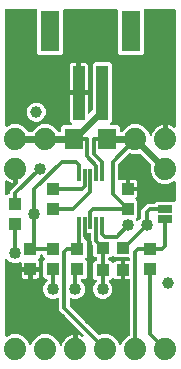
<source format=gbr>
G04 EAGLE Gerber RS-274X export*
G75*
%MOMM*%
%FSLAX34Y34*%
%LPD*%
%INTop Copper*%
%IPPOS*%
%AMOC8*
5,1,8,0,0,1.08239X$1,22.5*%
G01*
%ADD10R,1.600000X1.800000*%
%ADD11R,0.300000X1.000000*%
%ADD12R,1.000000X1.100000*%
%ADD13R,1.100000X1.000000*%
%ADD14R,1.000000X4.600000*%
%ADD15R,1.600000X3.400000*%
%ADD16C,1.879600*%
%ADD17R,1.270000X0.635000*%
%ADD18C,1.000000*%
%ADD19C,0.609600*%
%ADD20C,0.304800*%
%ADD21C,1.016000*%

G36*
X140774Y190509D02*
X140774Y190509D01*
X140832Y190508D01*
X140914Y190529D01*
X140997Y190541D01*
X141051Y190565D01*
X141107Y190579D01*
X141180Y190622D01*
X141257Y190657D01*
X141302Y190695D01*
X141352Y190725D01*
X141410Y190786D01*
X141474Y190841D01*
X141506Y190889D01*
X141546Y190932D01*
X141585Y191007D01*
X141631Y191077D01*
X141649Y191133D01*
X141676Y191185D01*
X141687Y191253D01*
X141717Y191348D01*
X141720Y191448D01*
X141731Y191516D01*
X141731Y202266D01*
X142496Y202145D01*
X144283Y201564D01*
X145957Y200711D01*
X146723Y200154D01*
X146805Y200111D01*
X146881Y200060D01*
X146930Y200045D01*
X146974Y200021D01*
X147064Y200002D01*
X147152Y199974D01*
X147203Y199973D01*
X147253Y199963D01*
X147344Y199969D01*
X147436Y199967D01*
X147485Y199980D01*
X147536Y199984D01*
X147623Y200016D01*
X147711Y200039D01*
X147755Y200065D01*
X147803Y200083D01*
X147877Y200137D01*
X147956Y200184D01*
X147991Y200221D01*
X148031Y200251D01*
X148087Y200324D01*
X148150Y200392D01*
X148173Y200437D01*
X148204Y200477D01*
X148238Y200563D01*
X148280Y200645D01*
X148287Y200689D01*
X148308Y200742D01*
X148323Y200900D01*
X148335Y200976D01*
X148335Y299720D01*
X148327Y299778D01*
X148329Y299836D01*
X148307Y299918D01*
X148295Y300002D01*
X148272Y300055D01*
X148257Y300111D01*
X148214Y300184D01*
X148179Y300261D01*
X148141Y300306D01*
X148112Y300356D01*
X148050Y300414D01*
X147996Y300478D01*
X147947Y300510D01*
X147904Y300550D01*
X147829Y300589D01*
X147759Y300636D01*
X147703Y300653D01*
X147651Y300680D01*
X147583Y300691D01*
X147488Y300721D01*
X147388Y300724D01*
X147320Y300735D01*
X122264Y300735D01*
X122206Y300727D01*
X122148Y300729D01*
X122066Y300707D01*
X121982Y300695D01*
X121929Y300672D01*
X121873Y300657D01*
X121800Y300614D01*
X121723Y300579D01*
X121678Y300541D01*
X121628Y300512D01*
X121570Y300450D01*
X121506Y300396D01*
X121474Y300347D01*
X121434Y300304D01*
X121395Y300229D01*
X121348Y300159D01*
X121331Y300103D01*
X121304Y300051D01*
X121293Y299983D01*
X121263Y299888D01*
X121260Y299788D01*
X121249Y299720D01*
X121249Y263437D01*
X119463Y261651D01*
X100937Y261651D01*
X99151Y263437D01*
X99151Y299720D01*
X99143Y299778D01*
X99145Y299836D01*
X99123Y299918D01*
X99111Y300002D01*
X99088Y300055D01*
X99073Y300111D01*
X99030Y300184D01*
X98995Y300261D01*
X98957Y300306D01*
X98928Y300356D01*
X98866Y300414D01*
X98812Y300478D01*
X98763Y300510D01*
X98720Y300550D01*
X98645Y300589D01*
X98575Y300636D01*
X98519Y300653D01*
X98467Y300680D01*
X98399Y300691D01*
X98304Y300721D01*
X98204Y300724D01*
X98136Y300735D01*
X54264Y300735D01*
X54206Y300727D01*
X54148Y300729D01*
X54066Y300707D01*
X53982Y300695D01*
X53929Y300672D01*
X53873Y300657D01*
X53800Y300614D01*
X53723Y300579D01*
X53678Y300541D01*
X53628Y300512D01*
X53570Y300450D01*
X53506Y300396D01*
X53474Y300347D01*
X53434Y300304D01*
X53395Y300229D01*
X53348Y300159D01*
X53331Y300103D01*
X53304Y300051D01*
X53293Y299983D01*
X53263Y299888D01*
X53260Y299788D01*
X53249Y299720D01*
X53249Y263437D01*
X51463Y261651D01*
X32937Y261651D01*
X31151Y263437D01*
X31151Y299720D01*
X31143Y299778D01*
X31145Y299836D01*
X31123Y299918D01*
X31111Y300002D01*
X31088Y300055D01*
X31073Y300111D01*
X31030Y300184D01*
X30995Y300261D01*
X30957Y300306D01*
X30928Y300356D01*
X30866Y300414D01*
X30812Y300478D01*
X30763Y300510D01*
X30720Y300550D01*
X30645Y300589D01*
X30575Y300636D01*
X30519Y300653D01*
X30467Y300680D01*
X30399Y300691D01*
X30304Y300721D01*
X30204Y300724D01*
X30136Y300735D01*
X5080Y300735D01*
X5022Y300727D01*
X4964Y300729D01*
X4882Y300707D01*
X4798Y300695D01*
X4745Y300672D01*
X4689Y300657D01*
X4616Y300614D01*
X4539Y300579D01*
X4494Y300541D01*
X4444Y300512D01*
X4386Y300450D01*
X4322Y300396D01*
X4290Y300347D01*
X4250Y300304D01*
X4211Y300229D01*
X4164Y300159D01*
X4147Y300103D01*
X4120Y300051D01*
X4109Y299983D01*
X4079Y299888D01*
X4076Y299788D01*
X4065Y299720D01*
X4065Y201915D01*
X4081Y201801D01*
X4091Y201687D01*
X4101Y201661D01*
X4105Y201633D01*
X4152Y201528D01*
X4193Y201421D01*
X4209Y201399D01*
X4221Y201374D01*
X4295Y201286D01*
X4364Y201195D01*
X4387Y201178D01*
X4404Y201157D01*
X4500Y201093D01*
X4592Y201025D01*
X4618Y201015D01*
X4641Y200999D01*
X4751Y200965D01*
X4858Y200924D01*
X4886Y200922D01*
X4912Y200914D01*
X5027Y200911D01*
X5141Y200901D01*
X5166Y200907D01*
X5196Y200906D01*
X5453Y200973D01*
X5469Y200977D01*
X10224Y202947D01*
X15176Y202947D01*
X19751Y201052D01*
X23252Y197551D01*
X23387Y197223D01*
X23388Y197222D01*
X23389Y197221D01*
X23462Y197097D01*
X23532Y196979D01*
X23533Y196978D01*
X23534Y196976D01*
X23638Y196879D01*
X23739Y196783D01*
X23740Y196783D01*
X23741Y196782D01*
X23867Y196717D01*
X23991Y196653D01*
X23993Y196653D01*
X23994Y196652D01*
X24009Y196650D01*
X24270Y196598D01*
X24301Y196601D01*
X24325Y196597D01*
X26475Y196597D01*
X26476Y196597D01*
X26478Y196597D01*
X26618Y196617D01*
X26756Y196637D01*
X26758Y196637D01*
X26759Y196637D01*
X26885Y196694D01*
X27016Y196753D01*
X27017Y196754D01*
X27018Y196755D01*
X27125Y196846D01*
X27233Y196936D01*
X27234Y196938D01*
X27235Y196939D01*
X27243Y196952D01*
X27390Y197173D01*
X27399Y197202D01*
X27413Y197223D01*
X27548Y197551D01*
X31049Y201052D01*
X35624Y202947D01*
X40576Y202947D01*
X45151Y201052D01*
X48652Y197551D01*
X48787Y197223D01*
X48788Y197222D01*
X48789Y197221D01*
X48862Y197097D01*
X48932Y196979D01*
X48933Y196978D01*
X48934Y196976D01*
X49038Y196879D01*
X49139Y196783D01*
X49140Y196783D01*
X49141Y196782D01*
X49267Y196717D01*
X49391Y196653D01*
X49393Y196653D01*
X49394Y196652D01*
X49409Y196650D01*
X49670Y196598D01*
X49701Y196601D01*
X49725Y196597D01*
X50136Y196597D01*
X50194Y196605D01*
X50252Y196603D01*
X50334Y196625D01*
X50418Y196637D01*
X50471Y196660D01*
X50527Y196675D01*
X50600Y196718D01*
X50677Y196753D01*
X50722Y196791D01*
X50772Y196820D01*
X50830Y196882D01*
X50894Y196936D01*
X50926Y196985D01*
X50966Y197028D01*
X51005Y197103D01*
X51052Y197173D01*
X51069Y197229D01*
X51096Y197281D01*
X51107Y197349D01*
X51137Y197444D01*
X51140Y197544D01*
X51151Y197612D01*
X51151Y200763D01*
X52937Y202549D01*
X59520Y202549D01*
X59539Y202551D01*
X59559Y202549D01*
X59680Y202571D01*
X59801Y202589D01*
X59819Y202597D01*
X59838Y202600D01*
X59949Y202655D01*
X60061Y202705D01*
X60076Y202717D01*
X60093Y202726D01*
X60184Y202809D01*
X60278Y202888D01*
X60289Y202905D01*
X60303Y202918D01*
X60367Y203023D01*
X60435Y203125D01*
X60441Y203144D01*
X60451Y203160D01*
X60484Y203279D01*
X60521Y203396D01*
X60522Y203416D01*
X60527Y203435D01*
X60525Y203557D01*
X60528Y203680D01*
X60523Y203699D01*
X60523Y203719D01*
X60487Y203837D01*
X60457Y203955D01*
X60447Y203972D01*
X60441Y203991D01*
X60374Y204094D01*
X60311Y204200D01*
X60297Y204213D01*
X60286Y204230D01*
X60230Y204276D01*
X60104Y204394D01*
X60098Y204397D01*
X60097Y204398D01*
X60057Y204419D01*
X60027Y204443D01*
X59640Y204667D01*
X59167Y205140D01*
X58832Y205719D01*
X58659Y206366D01*
X58659Y227669D01*
X65184Y227669D01*
X65242Y227677D01*
X65300Y227675D01*
X65382Y227697D01*
X65465Y227709D01*
X65519Y227733D01*
X65575Y227747D01*
X65648Y227790D01*
X65725Y227825D01*
X65769Y227863D01*
X65820Y227893D01*
X65877Y227954D01*
X65942Y228009D01*
X65974Y228057D01*
X66014Y228100D01*
X66053Y228175D01*
X66099Y228245D01*
X66117Y228301D01*
X66144Y228353D01*
X66155Y228421D01*
X66185Y228516D01*
X66188Y228616D01*
X66199Y228684D01*
X66199Y229701D01*
X66201Y229701D01*
X66201Y228684D01*
X66209Y228626D01*
X66208Y228568D01*
X66229Y228486D01*
X66241Y228403D01*
X66265Y228349D01*
X66279Y228293D01*
X66322Y228220D01*
X66357Y228143D01*
X66395Y228098D01*
X66425Y228048D01*
X66486Y227990D01*
X66541Y227926D01*
X66589Y227894D01*
X66632Y227854D01*
X66707Y227815D01*
X66777Y227769D01*
X66833Y227751D01*
X66885Y227724D01*
X66953Y227713D01*
X67048Y227683D01*
X67148Y227680D01*
X67216Y227669D01*
X73741Y227669D01*
X73741Y213114D01*
X73745Y213085D01*
X73742Y213056D01*
X73765Y212944D01*
X73781Y212832D01*
X73793Y212806D01*
X73798Y212777D01*
X73851Y212676D01*
X73897Y212573D01*
X73916Y212551D01*
X73929Y212524D01*
X74007Y212442D01*
X74080Y212356D01*
X74105Y212340D01*
X74125Y212318D01*
X74223Y212261D01*
X74317Y212198D01*
X74345Y212189D01*
X74370Y212175D01*
X74480Y212147D01*
X74588Y212113D01*
X74618Y212112D01*
X74646Y212105D01*
X74759Y212108D01*
X74872Y212105D01*
X74901Y212113D01*
X74930Y212114D01*
X75038Y212149D01*
X75147Y212177D01*
X75173Y212192D01*
X75201Y212201D01*
X75264Y212247D01*
X75392Y212322D01*
X75435Y212368D01*
X75474Y212396D01*
X77854Y214776D01*
X77906Y214846D01*
X77966Y214910D01*
X77992Y214959D01*
X78025Y215003D01*
X78056Y215085D01*
X78096Y215163D01*
X78104Y215210D01*
X78126Y215269D01*
X78138Y215417D01*
X78151Y215494D01*
X78151Y253963D01*
X79937Y255749D01*
X92463Y255749D01*
X94249Y253963D01*
X94249Y205437D01*
X93093Y204282D01*
X93077Y204260D01*
X93057Y204243D01*
X93056Y204242D01*
X93053Y204239D01*
X92991Y204145D01*
X92923Y204055D01*
X92912Y204027D01*
X92896Y204003D01*
X92862Y203895D01*
X92821Y203789D01*
X92819Y203760D01*
X92810Y203732D01*
X92807Y203618D01*
X92798Y203506D01*
X92803Y203477D01*
X92803Y203448D01*
X92831Y203338D01*
X92854Y203227D01*
X92867Y203201D01*
X92875Y203173D01*
X92932Y203075D01*
X92985Y202975D01*
X93005Y202953D01*
X93020Y202928D01*
X93102Y202851D01*
X93180Y202769D01*
X93206Y202754D01*
X93227Y202734D01*
X93328Y202682D01*
X93426Y202625D01*
X93454Y202618D01*
X93480Y202604D01*
X93558Y202591D01*
X93701Y202555D01*
X93764Y202557D01*
X93811Y202549D01*
X99463Y202549D01*
X101249Y200763D01*
X101249Y197612D01*
X101257Y197554D01*
X101255Y197496D01*
X101277Y197414D01*
X101289Y197330D01*
X101312Y197277D01*
X101327Y197221D01*
X101370Y197148D01*
X101405Y197071D01*
X101443Y197026D01*
X101472Y196976D01*
X101534Y196918D01*
X101588Y196854D01*
X101637Y196822D01*
X101680Y196782D01*
X101755Y196743D01*
X101825Y196696D01*
X101881Y196679D01*
X101933Y196652D01*
X102001Y196641D01*
X102096Y196611D01*
X102196Y196608D01*
X102264Y196597D01*
X102675Y196597D01*
X102676Y196597D01*
X102678Y196597D01*
X102818Y196617D01*
X102956Y196637D01*
X102958Y196637D01*
X102959Y196637D01*
X103085Y196694D01*
X103216Y196753D01*
X103217Y196754D01*
X103218Y196755D01*
X103325Y196846D01*
X103433Y196936D01*
X103434Y196938D01*
X103435Y196939D01*
X103443Y196952D01*
X103590Y197173D01*
X103599Y197202D01*
X103613Y197223D01*
X103748Y197551D01*
X107249Y201052D01*
X111824Y202947D01*
X116776Y202947D01*
X121351Y201052D01*
X124852Y197551D01*
X126369Y193889D01*
X126404Y193829D01*
X126430Y193765D01*
X126476Y193707D01*
X126513Y193644D01*
X126563Y193596D01*
X126606Y193542D01*
X126666Y193499D01*
X126720Y193449D01*
X126781Y193417D01*
X126838Y193377D01*
X126907Y193352D01*
X126973Y193318D01*
X127040Y193305D01*
X127106Y193282D01*
X127179Y193278D01*
X127251Y193263D01*
X127320Y193269D01*
X127389Y193265D01*
X127461Y193281D01*
X127535Y193288D01*
X127599Y193313D01*
X127667Y193328D01*
X127731Y193363D01*
X127800Y193390D01*
X127855Y193432D01*
X127916Y193465D01*
X127968Y193517D01*
X128027Y193561D01*
X128068Y193617D01*
X128117Y193666D01*
X128146Y193721D01*
X128197Y193789D01*
X128238Y193897D01*
X128272Y193963D01*
X128636Y195083D01*
X129489Y196757D01*
X130594Y198278D01*
X131922Y199606D01*
X133443Y200711D01*
X135117Y201564D01*
X136904Y202145D01*
X137669Y202266D01*
X137669Y191516D01*
X137677Y191458D01*
X137675Y191400D01*
X137697Y191318D01*
X137709Y191235D01*
X137733Y191181D01*
X137747Y191125D01*
X137790Y191052D01*
X137825Y190975D01*
X137863Y190931D01*
X137893Y190880D01*
X137954Y190823D01*
X138009Y190758D01*
X138057Y190726D01*
X138100Y190686D01*
X138175Y190647D01*
X138245Y190601D01*
X138301Y190583D01*
X138353Y190556D01*
X138421Y190545D01*
X138516Y190515D01*
X138616Y190512D01*
X138684Y190501D01*
X140716Y190501D01*
X140774Y190509D01*
G37*
G36*
X64574Y12709D02*
X64574Y12709D01*
X64632Y12708D01*
X64714Y12729D01*
X64797Y12741D01*
X64851Y12765D01*
X64907Y12779D01*
X64980Y12822D01*
X65057Y12857D01*
X65102Y12895D01*
X65152Y12925D01*
X65210Y12986D01*
X65274Y13041D01*
X65306Y13089D01*
X65346Y13132D01*
X65385Y13207D01*
X65431Y13277D01*
X65449Y13333D01*
X65476Y13385D01*
X65487Y13453D01*
X65517Y13548D01*
X65520Y13648D01*
X65531Y13716D01*
X65531Y24466D01*
X66296Y24345D01*
X68083Y23764D01*
X69072Y23260D01*
X69190Y23219D01*
X69308Y23175D01*
X69324Y23173D01*
X69341Y23168D01*
X69466Y23162D01*
X69591Y23151D01*
X69607Y23155D01*
X69624Y23154D01*
X69747Y23183D01*
X69870Y23207D01*
X69885Y23215D01*
X69901Y23219D01*
X70011Y23280D01*
X70122Y23338D01*
X70134Y23350D01*
X70149Y23358D01*
X70237Y23448D01*
X70328Y23534D01*
X70337Y23549D01*
X70348Y23561D01*
X70408Y23671D01*
X70472Y23779D01*
X70476Y23796D01*
X70484Y23811D01*
X70511Y23934D01*
X70542Y24055D01*
X70541Y24072D01*
X70545Y24088D01*
X70537Y24214D01*
X70533Y24339D01*
X70528Y24355D01*
X70526Y24372D01*
X70484Y24490D01*
X70445Y24609D01*
X70436Y24622D01*
X70430Y24639D01*
X70263Y24870D01*
X70256Y24875D01*
X70250Y24883D01*
X49402Y45731D01*
X49402Y55233D01*
X49386Y55347D01*
X49376Y55461D01*
X49366Y55487D01*
X49362Y55515D01*
X49315Y55620D01*
X49274Y55727D01*
X49258Y55749D01*
X49246Y55774D01*
X49172Y55862D01*
X49103Y55954D01*
X49080Y55970D01*
X49063Y55991D01*
X48967Y56055D01*
X48875Y56124D01*
X48849Y56133D01*
X48826Y56149D01*
X48716Y56184D01*
X48609Y56224D01*
X48581Y56226D01*
X48555Y56235D01*
X48440Y56238D01*
X48326Y56247D01*
X48301Y56241D01*
X48271Y56242D01*
X48014Y56175D01*
X47998Y56171D01*
X46067Y55371D01*
X42833Y55371D01*
X39845Y56609D01*
X37559Y58895D01*
X36321Y61883D01*
X36321Y65117D01*
X37559Y68105D01*
X39572Y70118D01*
X39590Y70142D01*
X39612Y70161D01*
X39675Y70255D01*
X39743Y70345D01*
X39754Y70373D01*
X39770Y70397D01*
X39804Y70505D01*
X39844Y70611D01*
X39847Y70640D01*
X39856Y70668D01*
X39859Y70782D01*
X39868Y70894D01*
X39862Y70923D01*
X39863Y70952D01*
X39834Y71062D01*
X39812Y71173D01*
X39799Y71199D01*
X39791Y71227D01*
X39733Y71325D01*
X39681Y71425D01*
X39661Y71447D01*
X39646Y71472D01*
X39563Y71549D01*
X39485Y71631D01*
X39460Y71646D01*
X39439Y71666D01*
X39338Y71718D01*
X39240Y71775D01*
X39212Y71782D01*
X39186Y71796D01*
X39108Y71809D01*
X38965Y71845D01*
X38902Y71843D01*
X38854Y71851D01*
X38187Y71851D01*
X36401Y73637D01*
X36401Y87163D01*
X37421Y88182D01*
X37456Y88229D01*
X37498Y88269D01*
X37541Y88342D01*
X37591Y88409D01*
X37612Y88464D01*
X37642Y88514D01*
X37663Y88596D01*
X37693Y88675D01*
X37698Y88733D01*
X37712Y88790D01*
X37709Y88874D01*
X37716Y88958D01*
X37705Y89016D01*
X37703Y89074D01*
X37677Y89154D01*
X37660Y89237D01*
X37633Y89289D01*
X37615Y89345D01*
X37575Y89401D01*
X37529Y89489D01*
X37461Y89562D01*
X37421Y89618D01*
X36401Y90637D01*
X36401Y91812D01*
X36393Y91870D01*
X36395Y91928D01*
X36373Y92010D01*
X36361Y92094D01*
X36338Y92147D01*
X36323Y92203D01*
X36280Y92276D01*
X36245Y92353D01*
X36207Y92398D01*
X36178Y92448D01*
X36116Y92506D01*
X36062Y92570D01*
X36013Y92602D01*
X35970Y92642D01*
X35895Y92681D01*
X35825Y92728D01*
X35769Y92745D01*
X35717Y92772D01*
X35649Y92783D01*
X35554Y92813D01*
X35454Y92816D01*
X35386Y92827D01*
X34464Y92827D01*
X34406Y92819D01*
X34348Y92821D01*
X34266Y92799D01*
X34182Y92787D01*
X34129Y92764D01*
X34073Y92749D01*
X34000Y92706D01*
X33923Y92671D01*
X33878Y92633D01*
X33828Y92604D01*
X33770Y92542D01*
X33706Y92488D01*
X33674Y92439D01*
X33634Y92396D01*
X33595Y92321D01*
X33548Y92251D01*
X33531Y92195D01*
X33504Y92143D01*
X33493Y92075D01*
X33463Y91980D01*
X33460Y91880D01*
X33449Y91812D01*
X33449Y90637D01*
X32070Y89259D01*
X32035Y89212D01*
X31993Y89172D01*
X31950Y89099D01*
X31899Y89031D01*
X31879Y88977D01*
X31849Y88926D01*
X31828Y88845D01*
X31798Y88766D01*
X31793Y88708D01*
X31779Y88651D01*
X31782Y88566D01*
X31775Y88482D01*
X31786Y88425D01*
X31788Y88367D01*
X31814Y88286D01*
X31830Y88204D01*
X31857Y88152D01*
X31875Y88096D01*
X31916Y88040D01*
X31961Y87951D01*
X32030Y87879D01*
X32070Y87823D01*
X32433Y87460D01*
X32768Y86881D01*
X32941Y86234D01*
X32941Y82431D01*
X26416Y82431D01*
X26358Y82423D01*
X26300Y82424D01*
X26218Y82403D01*
X26135Y82391D01*
X26081Y82367D01*
X26025Y82353D01*
X25952Y82310D01*
X25875Y82275D01*
X25831Y82237D01*
X25780Y82207D01*
X25723Y82146D01*
X25658Y82091D01*
X25626Y82043D01*
X25586Y82000D01*
X25547Y81925D01*
X25501Y81855D01*
X25483Y81799D01*
X25456Y81747D01*
X25445Y81679D01*
X25415Y81584D01*
X25412Y81484D01*
X25401Y81416D01*
X25401Y80399D01*
X25399Y80399D01*
X25399Y81416D01*
X25391Y81474D01*
X25392Y81532D01*
X25371Y81614D01*
X25359Y81697D01*
X25335Y81751D01*
X25321Y81807D01*
X25278Y81880D01*
X25243Y81957D01*
X25205Y82001D01*
X25175Y82052D01*
X25114Y82109D01*
X25059Y82174D01*
X25011Y82206D01*
X24968Y82246D01*
X24893Y82285D01*
X24823Y82331D01*
X24767Y82349D01*
X24715Y82376D01*
X24647Y82387D01*
X24552Y82417D01*
X24452Y82420D01*
X24384Y82431D01*
X17859Y82431D01*
X17859Y85482D01*
X17843Y85595D01*
X17833Y85710D01*
X17823Y85736D01*
X17819Y85763D01*
X17772Y85868D01*
X17731Y85975D01*
X17715Y85997D01*
X17703Y86023D01*
X17629Y86110D01*
X17560Y86202D01*
X17537Y86218D01*
X17520Y86240D01*
X17424Y86303D01*
X17332Y86372D01*
X17306Y86382D01*
X17283Y86397D01*
X17173Y86432D01*
X17066Y86472D01*
X17038Y86475D01*
X17012Y86483D01*
X16897Y86486D01*
X16783Y86495D01*
X16758Y86489D01*
X16728Y86490D01*
X16471Y86423D01*
X16455Y86420D01*
X14317Y85534D01*
X11083Y85534D01*
X8095Y86771D01*
X5798Y89069D01*
X5774Y89087D01*
X5755Y89109D01*
X5661Y89172D01*
X5571Y89240D01*
X5543Y89250D01*
X5519Y89266D01*
X5411Y89301D01*
X5305Y89341D01*
X5276Y89343D01*
X5248Y89352D01*
X5134Y89355D01*
X5022Y89365D01*
X4993Y89359D01*
X4964Y89360D01*
X4854Y89331D01*
X4743Y89309D01*
X4717Y89295D01*
X4689Y89288D01*
X4591Y89230D01*
X4491Y89178D01*
X4469Y89157D01*
X4444Y89142D01*
X4367Y89060D01*
X4285Y88982D01*
X4270Y88957D01*
X4250Y88935D01*
X4198Y88834D01*
X4141Y88737D01*
X4134Y88708D01*
X4120Y88682D01*
X4107Y88605D01*
X4071Y88461D01*
X4073Y88399D01*
X4065Y88351D01*
X4065Y24115D01*
X4081Y24001D01*
X4091Y23887D01*
X4101Y23861D01*
X4105Y23833D01*
X4152Y23728D01*
X4193Y23621D01*
X4209Y23599D01*
X4221Y23574D01*
X4295Y23486D01*
X4364Y23395D01*
X4387Y23378D01*
X4404Y23357D01*
X4500Y23293D01*
X4592Y23224D01*
X4618Y23215D01*
X4641Y23199D01*
X4751Y23165D01*
X4858Y23124D01*
X4886Y23122D01*
X4912Y23114D01*
X5027Y23111D01*
X5141Y23101D01*
X5166Y23107D01*
X5196Y23106D01*
X5453Y23173D01*
X5469Y23177D01*
X10224Y25147D01*
X15176Y25147D01*
X19751Y23252D01*
X23252Y19751D01*
X24462Y16829D01*
X24477Y16804D01*
X24486Y16776D01*
X24549Y16681D01*
X24607Y16584D01*
X24628Y16564D01*
X24644Y16539D01*
X24731Y16466D01*
X24813Y16389D01*
X24839Y16375D01*
X24862Y16356D01*
X24965Y16310D01*
X25066Y16259D01*
X25095Y16253D01*
X25122Y16241D01*
X25234Y16225D01*
X25345Y16204D01*
X25374Y16206D01*
X25403Y16202D01*
X25515Y16218D01*
X25628Y16228D01*
X25655Y16239D01*
X25685Y16243D01*
X25788Y16289D01*
X25893Y16330D01*
X25917Y16348D01*
X25944Y16360D01*
X26030Y16433D01*
X26120Y16502D01*
X26138Y16525D01*
X26160Y16544D01*
X26202Y16611D01*
X26290Y16729D01*
X26312Y16788D01*
X26338Y16829D01*
X27548Y19751D01*
X31049Y23252D01*
X35624Y25147D01*
X40576Y25147D01*
X45151Y23252D01*
X48652Y19751D01*
X50169Y16089D01*
X50204Y16029D01*
X50230Y15965D01*
X50276Y15907D01*
X50313Y15844D01*
X50363Y15796D01*
X50406Y15742D01*
X50466Y15699D01*
X50520Y15649D01*
X50581Y15617D01*
X50638Y15577D01*
X50707Y15552D01*
X50773Y15518D01*
X50840Y15505D01*
X50906Y15482D01*
X50979Y15478D01*
X51051Y15463D01*
X51120Y15469D01*
X51189Y15465D01*
X51261Y15481D01*
X51335Y15488D01*
X51399Y15513D01*
X51467Y15528D01*
X51531Y15563D01*
X51600Y15590D01*
X51655Y15632D01*
X51716Y15665D01*
X51768Y15717D01*
X51827Y15761D01*
X51868Y15817D01*
X51917Y15866D01*
X51946Y15921D01*
X51997Y15989D01*
X52038Y16097D01*
X52072Y16163D01*
X52436Y17283D01*
X53289Y18957D01*
X54394Y20478D01*
X55722Y21806D01*
X57243Y22911D01*
X58917Y23764D01*
X60704Y24345D01*
X61469Y24466D01*
X61469Y13716D01*
X61477Y13658D01*
X61475Y13600D01*
X61497Y13518D01*
X61509Y13435D01*
X61533Y13381D01*
X61547Y13325D01*
X61590Y13252D01*
X61625Y13175D01*
X61663Y13131D01*
X61693Y13080D01*
X61754Y13023D01*
X61809Y12958D01*
X61857Y12926D01*
X61900Y12886D01*
X61975Y12847D01*
X62045Y12801D01*
X62101Y12783D01*
X62153Y12756D01*
X62221Y12745D01*
X62316Y12715D01*
X62416Y12712D01*
X62484Y12701D01*
X64516Y12701D01*
X64574Y12709D01*
G37*
G36*
X101715Y16218D02*
X101715Y16218D01*
X101828Y16228D01*
X101855Y16239D01*
X101885Y16243D01*
X101988Y16289D01*
X102093Y16330D01*
X102117Y16348D01*
X102144Y16360D01*
X102230Y16433D01*
X102320Y16502D01*
X102338Y16525D01*
X102360Y16544D01*
X102402Y16611D01*
X102490Y16729D01*
X102512Y16788D01*
X102538Y16829D01*
X103748Y19751D01*
X107249Y23252D01*
X109101Y24019D01*
X109102Y24019D01*
X109103Y24020D01*
X109224Y24091D01*
X109345Y24163D01*
X109346Y24164D01*
X109348Y24165D01*
X109445Y24269D01*
X109541Y24370D01*
X109541Y24371D01*
X109542Y24372D01*
X109605Y24494D01*
X109671Y24622D01*
X109671Y24624D01*
X109672Y24625D01*
X109674Y24639D01*
X109726Y24901D01*
X109723Y24932D01*
X109727Y24957D01*
X109727Y70819D01*
X109719Y70877D01*
X109721Y70935D01*
X109699Y71017D01*
X109687Y71101D01*
X109664Y71154D01*
X109649Y71210D01*
X109606Y71283D01*
X109571Y71360D01*
X109533Y71405D01*
X109504Y71455D01*
X109442Y71513D01*
X109388Y71577D01*
X109339Y71609D01*
X109296Y71649D01*
X109221Y71688D01*
X109151Y71735D01*
X109095Y71752D01*
X109043Y71779D01*
X108975Y71790D01*
X108880Y71820D01*
X108780Y71823D01*
X108712Y71834D01*
X105781Y71834D01*
X105781Y78359D01*
X105773Y78417D01*
X105774Y78475D01*
X105753Y78557D01*
X105741Y78640D01*
X105717Y78694D01*
X105703Y78750D01*
X105660Y78823D01*
X105625Y78900D01*
X105587Y78944D01*
X105557Y78995D01*
X105496Y79052D01*
X105441Y79117D01*
X105393Y79149D01*
X105350Y79189D01*
X105275Y79228D01*
X105205Y79274D01*
X105149Y79292D01*
X105097Y79319D01*
X105029Y79330D01*
X104934Y79360D01*
X104834Y79363D01*
X104766Y79374D01*
X102734Y79374D01*
X102676Y79366D01*
X102618Y79367D01*
X102536Y79346D01*
X102453Y79334D01*
X102399Y79310D01*
X102343Y79296D01*
X102270Y79253D01*
X102193Y79218D01*
X102148Y79180D01*
X102098Y79150D01*
X102040Y79089D01*
X101976Y79034D01*
X101944Y78986D01*
X101904Y78943D01*
X101865Y78868D01*
X101819Y78798D01*
X101801Y78742D01*
X101774Y78690D01*
X101763Y78622D01*
X101733Y78527D01*
X101730Y78427D01*
X101719Y78359D01*
X101719Y71834D01*
X97916Y71834D01*
X97269Y72007D01*
X96690Y72342D01*
X96327Y72705D01*
X96280Y72740D01*
X96240Y72782D01*
X96167Y72825D01*
X96100Y72876D01*
X96045Y72897D01*
X95995Y72926D01*
X95913Y72947D01*
X95834Y72977D01*
X95776Y72982D01*
X95719Y72996D01*
X95635Y72993D01*
X95551Y73000D01*
X95494Y72989D01*
X95435Y72987D01*
X95355Y72961D01*
X95272Y72945D01*
X95220Y72918D01*
X95165Y72900D01*
X95108Y72859D01*
X95020Y72814D01*
X94948Y72745D01*
X94891Y72705D01*
X93513Y71326D01*
X92871Y71326D01*
X92841Y71322D01*
X92812Y71325D01*
X92701Y71302D01*
X92589Y71286D01*
X92562Y71274D01*
X92533Y71269D01*
X92433Y71216D01*
X92330Y71170D01*
X92307Y71151D01*
X92281Y71138D01*
X92199Y71060D01*
X92113Y70987D01*
X92096Y70962D01*
X92075Y70942D01*
X92018Y70844D01*
X91955Y70750D01*
X91946Y70722D01*
X91931Y70697D01*
X91904Y70587D01*
X91869Y70479D01*
X91868Y70449D01*
X91861Y70421D01*
X91865Y70308D01*
X91862Y70195D01*
X91869Y70166D01*
X91870Y70137D01*
X91905Y70029D01*
X91934Y69920D01*
X91949Y69894D01*
X91958Y69866D01*
X92003Y69802D01*
X92079Y69675D01*
X92125Y69632D01*
X92153Y69593D01*
X93641Y68105D01*
X94879Y65117D01*
X94879Y61883D01*
X93641Y58895D01*
X91355Y56609D01*
X88367Y55371D01*
X85133Y55371D01*
X82145Y56609D01*
X79859Y58895D01*
X78621Y61883D01*
X78621Y65117D01*
X79859Y68105D01*
X81347Y69593D01*
X81365Y69617D01*
X81387Y69636D01*
X81450Y69730D01*
X81518Y69820D01*
X81529Y69848D01*
X81545Y69872D01*
X81579Y69980D01*
X81619Y70086D01*
X81622Y70115D01*
X81631Y70143D01*
X81634Y70257D01*
X81643Y70369D01*
X81637Y70398D01*
X81638Y70427D01*
X81609Y70537D01*
X81587Y70648D01*
X81574Y70674D01*
X81566Y70702D01*
X81509Y70800D01*
X81456Y70900D01*
X81436Y70922D01*
X81421Y70947D01*
X81339Y71024D01*
X81260Y71106D01*
X81235Y71121D01*
X81214Y71141D01*
X81113Y71193D01*
X81015Y71250D01*
X80987Y71257D01*
X80961Y71271D01*
X80883Y71284D01*
X80740Y71320D01*
X80677Y71318D01*
X80629Y71326D01*
X79987Y71326D01*
X78201Y73112D01*
X78201Y85638D01*
X79987Y87424D01*
X81162Y87424D01*
X81220Y87432D01*
X81278Y87430D01*
X81360Y87452D01*
X81444Y87464D01*
X81497Y87487D01*
X81553Y87502D01*
X81626Y87545D01*
X81703Y87580D01*
X81748Y87618D01*
X81798Y87647D01*
X81856Y87709D01*
X81920Y87763D01*
X81952Y87812D01*
X81992Y87855D01*
X82031Y87930D01*
X82078Y88000D01*
X82095Y88056D01*
X82122Y88108D01*
X82133Y88176D01*
X82163Y88271D01*
X82166Y88371D01*
X82177Y88439D01*
X82177Y89361D01*
X82169Y89419D01*
X82171Y89477D01*
X82149Y89559D01*
X82137Y89643D01*
X82114Y89696D01*
X82099Y89752D01*
X82056Y89825D01*
X82021Y89902D01*
X81983Y89947D01*
X81954Y89997D01*
X81892Y90055D01*
X81838Y90119D01*
X81789Y90151D01*
X81746Y90191D01*
X81671Y90230D01*
X81601Y90277D01*
X81545Y90294D01*
X81493Y90321D01*
X81425Y90332D01*
X81330Y90362D01*
X81230Y90365D01*
X81162Y90376D01*
X79987Y90376D01*
X78201Y92162D01*
X78201Y100086D01*
X78189Y100173D01*
X78186Y100260D01*
X78169Y100313D01*
X78161Y100368D01*
X78126Y100448D01*
X78099Y100531D01*
X78071Y100570D01*
X78045Y100627D01*
X77949Y100741D01*
X77904Y100804D01*
X76627Y102081D01*
X76627Y110136D01*
X76619Y110194D01*
X76621Y110252D01*
X76599Y110334D01*
X76587Y110418D01*
X76564Y110471D01*
X76549Y110527D01*
X76506Y110600D01*
X76471Y110677D01*
X76433Y110722D01*
X76404Y110772D01*
X76342Y110830D01*
X76288Y110894D01*
X76239Y110926D01*
X76196Y110966D01*
X76121Y111005D01*
X76051Y111052D01*
X75995Y111069D01*
X75943Y111096D01*
X75875Y111107D01*
X75780Y111137D01*
X75680Y111140D01*
X75612Y111151D01*
X73437Y111151D01*
X73227Y111362D01*
X73157Y111414D01*
X73093Y111474D01*
X73043Y111500D01*
X72999Y111533D01*
X72918Y111564D01*
X72840Y111604D01*
X72792Y111612D01*
X72734Y111634D01*
X72586Y111646D01*
X72509Y111659D01*
X71788Y111659D01*
X71730Y111651D01*
X71672Y111653D01*
X71590Y111631D01*
X71506Y111619D01*
X71453Y111596D01*
X71397Y111581D01*
X71324Y111538D01*
X71247Y111503D01*
X71202Y111465D01*
X71152Y111436D01*
X71094Y111374D01*
X71030Y111320D01*
X70998Y111271D01*
X70958Y111228D01*
X70919Y111153D01*
X70872Y111083D01*
X70855Y111027D01*
X70828Y110975D01*
X70817Y110907D01*
X70787Y110812D01*
X70784Y110712D01*
X70773Y110644D01*
X70773Y106947D01*
X70785Y106860D01*
X70788Y106773D01*
X70805Y106720D01*
X70813Y106665D01*
X70848Y106586D01*
X70875Y106502D01*
X70903Y106463D01*
X70929Y106406D01*
X71025Y106293D01*
X71070Y106229D01*
X73136Y104163D01*
X73136Y90637D01*
X72117Y89618D01*
X72082Y89571D01*
X72039Y89531D01*
X71997Y89458D01*
X71946Y89391D01*
X71925Y89336D01*
X71896Y89286D01*
X71875Y89204D01*
X71845Y89125D01*
X71840Y89067D01*
X71826Y89010D01*
X71828Y88926D01*
X71821Y88842D01*
X71833Y88784D01*
X71835Y88726D01*
X71861Y88646D01*
X71877Y88563D01*
X71904Y88511D01*
X71922Y88455D01*
X71962Y88399D01*
X72008Y88311D01*
X72077Y88238D01*
X72117Y88182D01*
X73136Y87163D01*
X73136Y73637D01*
X71350Y71851D01*
X69096Y71851D01*
X69066Y71847D01*
X69037Y71850D01*
X68926Y71827D01*
X68814Y71811D01*
X68787Y71799D01*
X68758Y71794D01*
X68658Y71741D01*
X68555Y71695D01*
X68532Y71676D01*
X68506Y71663D01*
X68424Y71585D01*
X68338Y71512D01*
X68321Y71487D01*
X68300Y71467D01*
X68243Y71369D01*
X68180Y71275D01*
X68171Y71247D01*
X68156Y71222D01*
X68129Y71112D01*
X68094Y71004D01*
X68093Y70974D01*
X68086Y70946D01*
X68090Y70833D01*
X68087Y70720D01*
X68094Y70691D01*
X68095Y70662D01*
X68130Y70554D01*
X68159Y70445D01*
X68174Y70419D01*
X68183Y70391D01*
X68228Y70328D01*
X68304Y70200D01*
X68350Y70157D01*
X68378Y70118D01*
X70391Y68105D01*
X71629Y65117D01*
X71629Y61883D01*
X70391Y58895D01*
X68105Y56609D01*
X65117Y55371D01*
X61883Y55371D01*
X59952Y56171D01*
X59840Y56200D01*
X59731Y56235D01*
X59703Y56235D01*
X59676Y56242D01*
X59562Y56239D01*
X59447Y56242D01*
X59420Y56235D01*
X59392Y56234D01*
X59283Y56199D01*
X59172Y56170D01*
X59148Y56156D01*
X59121Y56148D01*
X59026Y56084D01*
X58927Y56025D01*
X58908Y56005D01*
X58885Y55989D01*
X58811Y55901D01*
X58733Y55818D01*
X58720Y55793D01*
X58702Y55772D01*
X58656Y55667D01*
X58603Y55564D01*
X58599Y55540D01*
X58587Y55512D01*
X58550Y55248D01*
X58548Y55233D01*
X58548Y49940D01*
X58560Y49853D01*
X58563Y49766D01*
X58580Y49713D01*
X58588Y49658D01*
X58623Y49578D01*
X58650Y49495D01*
X58678Y49456D01*
X58704Y49399D01*
X58800Y49285D01*
X58845Y49222D01*
X83467Y24600D01*
X83468Y24599D01*
X83469Y24598D01*
X83584Y24512D01*
X83694Y24429D01*
X83695Y24429D01*
X83697Y24428D01*
X83830Y24377D01*
X83960Y24328D01*
X83961Y24328D01*
X83963Y24327D01*
X84107Y24316D01*
X84243Y24304D01*
X84244Y24305D01*
X84246Y24305D01*
X84262Y24308D01*
X84522Y24360D01*
X84549Y24374D01*
X84573Y24380D01*
X86424Y25147D01*
X91376Y25147D01*
X95951Y23252D01*
X99452Y19751D01*
X100662Y16829D01*
X100677Y16804D01*
X100686Y16776D01*
X100749Y16681D01*
X100807Y16584D01*
X100828Y16564D01*
X100844Y16539D01*
X100931Y16466D01*
X101013Y16389D01*
X101039Y16375D01*
X101062Y16356D01*
X101165Y16310D01*
X101266Y16259D01*
X101295Y16253D01*
X101322Y16241D01*
X101434Y16225D01*
X101545Y16204D01*
X101574Y16206D01*
X101603Y16202D01*
X101715Y16218D01*
G37*
G36*
X116003Y121207D02*
X116003Y121207D01*
X116116Y121217D01*
X116143Y121228D01*
X116172Y121232D01*
X116275Y121279D01*
X116381Y121319D01*
X116404Y121337D01*
X116431Y121349D01*
X116517Y121422D01*
X116608Y121491D01*
X116625Y121514D01*
X116647Y121533D01*
X116689Y121600D01*
X116778Y121718D01*
X116800Y121777D01*
X116825Y121818D01*
X116934Y122080D01*
X118955Y124101D01*
X119007Y124170D01*
X119067Y124234D01*
X119093Y124284D01*
X119126Y124328D01*
X119157Y124410D01*
X119197Y124488D01*
X119205Y124535D01*
X119227Y124594D01*
X119239Y124741D01*
X119252Y124819D01*
X119252Y130473D01*
X124471Y135692D01*
X130016Y135692D01*
X130102Y135704D01*
X130190Y135707D01*
X130242Y135724D01*
X130297Y135732D01*
X130377Y135767D01*
X130460Y135794D01*
X130499Y135822D01*
X130557Y135848D01*
X130670Y135944D01*
X130734Y135989D01*
X132087Y137343D01*
X147320Y137343D01*
X147378Y137351D01*
X147436Y137349D01*
X147518Y137371D01*
X147602Y137383D01*
X147655Y137406D01*
X147711Y137421D01*
X147784Y137464D01*
X147861Y137499D01*
X147906Y137537D01*
X147956Y137566D01*
X148014Y137628D01*
X148078Y137682D01*
X148110Y137731D01*
X148150Y137774D01*
X148189Y137849D01*
X148236Y137919D01*
X148253Y137975D01*
X148280Y138027D01*
X148291Y138095D01*
X148321Y138190D01*
X148324Y138290D01*
X148335Y138358D01*
X148335Y153685D01*
X148319Y153799D01*
X148309Y153913D01*
X148299Y153939D01*
X148295Y153967D01*
X148248Y154072D01*
X148207Y154179D01*
X148191Y154201D01*
X148179Y154226D01*
X148105Y154314D01*
X148036Y154405D01*
X148013Y154422D01*
X147996Y154443D01*
X147900Y154507D01*
X147808Y154575D01*
X147782Y154585D01*
X147759Y154601D01*
X147649Y154635D01*
X147542Y154676D01*
X147514Y154678D01*
X147488Y154686D01*
X147373Y154689D01*
X147259Y154699D01*
X147234Y154693D01*
X147204Y154694D01*
X146947Y154627D01*
X146931Y154623D01*
X142176Y152653D01*
X137224Y152653D01*
X132649Y154548D01*
X129148Y158049D01*
X127253Y162624D01*
X127253Y167576D01*
X127389Y167903D01*
X127389Y167904D01*
X127390Y167906D01*
X127423Y168034D01*
X127460Y168178D01*
X127460Y168180D01*
X127460Y168181D01*
X127456Y168319D01*
X127452Y168462D01*
X127451Y168464D01*
X127451Y168465D01*
X127408Y168600D01*
X127365Y168733D01*
X127364Y168734D01*
X127364Y168736D01*
X127355Y168748D01*
X127207Y168969D01*
X127183Y168989D01*
X127169Y169009D01*
X118209Y177969D01*
X118208Y177970D01*
X118207Y177971D01*
X118089Y178059D01*
X117982Y178140D01*
X117981Y178140D01*
X117979Y178141D01*
X117846Y178191D01*
X117716Y178241D01*
X117715Y178241D01*
X117713Y178241D01*
X117574Y178253D01*
X117433Y178264D01*
X117432Y178264D01*
X117430Y178264D01*
X117415Y178261D01*
X117154Y178208D01*
X117127Y178194D01*
X117103Y178189D01*
X116776Y178053D01*
X111824Y178053D01*
X109973Y178820D01*
X109972Y178820D01*
X109970Y178821D01*
X109837Y178855D01*
X109698Y178891D01*
X109696Y178891D01*
X109695Y178891D01*
X109554Y178887D01*
X109414Y178883D01*
X109412Y178882D01*
X109411Y178882D01*
X109276Y178839D01*
X109143Y178796D01*
X109142Y178795D01*
X109140Y178795D01*
X109128Y178786D01*
X108907Y178638D01*
X108887Y178614D01*
X108867Y178600D01*
X100120Y169853D01*
X100068Y169783D01*
X100008Y169720D01*
X99982Y169670D01*
X99949Y169626D01*
X99918Y169544D01*
X99878Y169466D01*
X99870Y169419D01*
X99848Y169360D01*
X99836Y169213D01*
X99823Y169135D01*
X99823Y156587D01*
X99828Y156548D01*
X99826Y156509D01*
X99848Y156408D01*
X99863Y156305D01*
X99878Y156270D01*
X99887Y156231D01*
X99937Y156140D01*
X99979Y156046D01*
X100004Y156016D01*
X100023Y155982D01*
X100096Y155908D01*
X100162Y155829D01*
X100195Y155807D01*
X100222Y155779D01*
X100313Y155729D01*
X100399Y155671D01*
X100436Y155659D01*
X100470Y155640D01*
X100571Y155617D01*
X100670Y155585D01*
X100709Y155584D01*
X100747Y155576D01*
X100851Y155581D01*
X100954Y155578D01*
X100992Y155588D01*
X101031Y155590D01*
X101104Y155617D01*
X101229Y155650D01*
X101293Y155688D01*
X101346Y155707D01*
X101969Y156068D01*
X102616Y156241D01*
X105919Y156241D01*
X105919Y149216D01*
X105927Y149158D01*
X105925Y149100D01*
X105947Y149018D01*
X105959Y148935D01*
X105983Y148881D01*
X105997Y148825D01*
X106040Y148752D01*
X106075Y148675D01*
X106113Y148631D01*
X106143Y148580D01*
X106204Y148523D01*
X106259Y148458D01*
X106307Y148426D01*
X106350Y148386D01*
X106425Y148347D01*
X106495Y148301D01*
X106551Y148283D01*
X106603Y148256D01*
X106671Y148245D01*
X106766Y148215D01*
X106866Y148212D01*
X106934Y148201D01*
X107951Y148201D01*
X107951Y147184D01*
X107959Y147126D01*
X107958Y147068D01*
X107979Y146986D01*
X107991Y146903D01*
X108015Y146849D01*
X108029Y146793D01*
X108072Y146720D01*
X108107Y146643D01*
X108145Y146598D01*
X108175Y146548D01*
X108236Y146490D01*
X108291Y146426D01*
X108339Y146394D01*
X108382Y146354D01*
X108457Y146315D01*
X108527Y146269D01*
X108583Y146251D01*
X108635Y146224D01*
X108703Y146213D01*
X108798Y146183D01*
X108898Y146180D01*
X108966Y146169D01*
X115491Y146169D01*
X115491Y142366D01*
X115318Y141719D01*
X114983Y141140D01*
X114620Y140777D01*
X114585Y140730D01*
X114543Y140690D01*
X114500Y140617D01*
X114449Y140550D01*
X114428Y140495D01*
X114399Y140445D01*
X114378Y140363D01*
X114348Y140284D01*
X114343Y140226D01*
X114329Y140169D01*
X114332Y140085D01*
X114325Y140001D01*
X114336Y139944D01*
X114338Y139885D01*
X114364Y139805D01*
X114380Y139722D01*
X114407Y139670D01*
X114425Y139615D01*
X114466Y139558D01*
X114511Y139470D01*
X114580Y139398D01*
X114620Y139341D01*
X115999Y137963D01*
X115999Y124437D01*
X114959Y123398D01*
X114924Y123351D01*
X114881Y123310D01*
X114839Y123238D01*
X114788Y123170D01*
X114767Y123115D01*
X114738Y123065D01*
X114717Y122983D01*
X114687Y122905D01*
X114682Y122846D01*
X114668Y122789D01*
X114670Y122705D01*
X114663Y122621D01*
X114675Y122564D01*
X114677Y122505D01*
X114703Y122425D01*
X114719Y122343D01*
X114746Y122290D01*
X114764Y122234D01*
X114794Y122192D01*
X114949Y121818D01*
X114964Y121793D01*
X114973Y121765D01*
X115036Y121671D01*
X115094Y121573D01*
X115115Y121553D01*
X115132Y121529D01*
X115218Y121456D01*
X115301Y121378D01*
X115327Y121365D01*
X115349Y121346D01*
X115453Y121300D01*
X115553Y121248D01*
X115582Y121242D01*
X115609Y121230D01*
X115721Y121215D01*
X115832Y121193D01*
X115862Y121195D01*
X115891Y121191D01*
X116003Y121207D01*
G37*
%LPC*%
G36*
X28879Y205311D02*
X28879Y205311D01*
X25921Y206537D01*
X23657Y208801D01*
X22431Y211759D01*
X22431Y214961D01*
X23657Y217919D01*
X25921Y220183D01*
X28879Y221409D01*
X32081Y221409D01*
X35039Y220183D01*
X37303Y217919D01*
X38529Y214961D01*
X38529Y211759D01*
X37303Y208801D01*
X35039Y206537D01*
X32081Y205311D01*
X28879Y205311D01*
G37*
%LPD*%
%LPC*%
G36*
X68231Y231731D02*
X68231Y231731D01*
X68231Y255241D01*
X71534Y255241D01*
X72181Y255068D01*
X72760Y254733D01*
X73233Y254260D01*
X73568Y253681D01*
X73741Y253034D01*
X73741Y231731D01*
X68231Y231731D01*
G37*
%LPD*%
%LPC*%
G36*
X58659Y231731D02*
X58659Y231731D01*
X58659Y253034D01*
X58832Y253681D01*
X59167Y254260D01*
X59640Y254733D01*
X60219Y255068D01*
X60866Y255241D01*
X64169Y255241D01*
X64169Y231731D01*
X58659Y231731D01*
G37*
%LPD*%
G36*
X5083Y143122D02*
X5083Y143122D01*
X5196Y143119D01*
X5225Y143126D01*
X5254Y143127D01*
X5362Y143162D01*
X5471Y143191D01*
X5497Y143205D01*
X5525Y143215D01*
X5589Y143260D01*
X5716Y143336D01*
X5759Y143381D01*
X5798Y143409D01*
X6437Y144049D01*
X7112Y144049D01*
X7170Y144057D01*
X7228Y144055D01*
X7310Y144077D01*
X7394Y144089D01*
X7447Y144112D01*
X7503Y144127D01*
X7576Y144170D01*
X7653Y144205D01*
X7698Y144243D01*
X7748Y144272D01*
X7806Y144334D01*
X7870Y144388D01*
X7902Y144437D01*
X7942Y144480D01*
X7981Y144555D01*
X8028Y144625D01*
X8045Y144681D01*
X8072Y144733D01*
X8083Y144801D01*
X8113Y144896D01*
X8116Y144996D01*
X8127Y145064D01*
X8127Y146357D01*
X11103Y149333D01*
X14434Y152663D01*
X14486Y152733D01*
X14546Y152797D01*
X14571Y152846D01*
X14605Y152890D01*
X14636Y152972D01*
X14676Y153050D01*
X14684Y153098D01*
X14706Y153156D01*
X14718Y153304D01*
X14731Y153381D01*
X14731Y164084D01*
X14723Y164142D01*
X14725Y164200D01*
X14703Y164282D01*
X14691Y164365D01*
X14667Y164419D01*
X14653Y164475D01*
X14610Y164548D01*
X14575Y164625D01*
X14537Y164669D01*
X14507Y164720D01*
X14446Y164777D01*
X14391Y164842D01*
X14343Y164874D01*
X14300Y164914D01*
X14225Y164953D01*
X14155Y164999D01*
X14099Y165017D01*
X14047Y165044D01*
X13979Y165055D01*
X13884Y165085D01*
X13784Y165088D01*
X13716Y165099D01*
X11684Y165099D01*
X11626Y165091D01*
X11568Y165092D01*
X11486Y165071D01*
X11403Y165059D01*
X11349Y165035D01*
X11293Y165021D01*
X11220Y164978D01*
X11143Y164943D01*
X11098Y164905D01*
X11048Y164875D01*
X10990Y164814D01*
X10926Y164759D01*
X10894Y164711D01*
X10854Y164668D01*
X10815Y164593D01*
X10769Y164523D01*
X10751Y164467D01*
X10724Y164415D01*
X10713Y164347D01*
X10683Y164252D01*
X10680Y164152D01*
X10669Y164084D01*
X10669Y153334D01*
X9904Y153455D01*
X8117Y154036D01*
X6443Y154889D01*
X5677Y155446D01*
X5595Y155489D01*
X5519Y155540D01*
X5470Y155555D01*
X5426Y155579D01*
X5336Y155598D01*
X5248Y155626D01*
X5197Y155627D01*
X5147Y155637D01*
X5056Y155631D01*
X4964Y155633D01*
X4915Y155620D01*
X4864Y155616D01*
X4777Y155584D01*
X4689Y155561D01*
X4645Y155535D01*
X4597Y155517D01*
X4523Y155463D01*
X4444Y155416D01*
X4409Y155379D01*
X4369Y155349D01*
X4313Y155276D01*
X4250Y155208D01*
X4227Y155163D01*
X4196Y155123D01*
X4162Y155037D01*
X4120Y154955D01*
X4113Y154911D01*
X4092Y154858D01*
X4077Y154700D01*
X4065Y154624D01*
X4065Y144127D01*
X4069Y144098D01*
X4066Y144069D01*
X4089Y143958D01*
X4105Y143846D01*
X4117Y143819D01*
X4122Y143790D01*
X4175Y143690D01*
X4221Y143586D01*
X4240Y143564D01*
X4253Y143538D01*
X4331Y143456D01*
X4404Y143369D01*
X4429Y143353D01*
X4449Y143332D01*
X4547Y143275D01*
X4641Y143212D01*
X4669Y143203D01*
X4694Y143188D01*
X4804Y143160D01*
X4912Y143126D01*
X4942Y143125D01*
X4970Y143118D01*
X5083Y143122D01*
G37*
G36*
X104824Y79384D02*
X104824Y79384D01*
X104882Y79383D01*
X104964Y79404D01*
X105047Y79416D01*
X105101Y79440D01*
X105157Y79454D01*
X105230Y79497D01*
X105307Y79532D01*
X105351Y79570D01*
X105402Y79600D01*
X105459Y79661D01*
X105524Y79716D01*
X105556Y79764D01*
X105596Y79807D01*
X105635Y79882D01*
X105681Y79952D01*
X105699Y80008D01*
X105726Y80060D01*
X105737Y80128D01*
X105767Y80223D01*
X105770Y80323D01*
X105781Y80391D01*
X105781Y86916D01*
X108712Y86916D01*
X108770Y86924D01*
X108828Y86922D01*
X108910Y86944D01*
X108994Y86956D01*
X109047Y86979D01*
X109103Y86994D01*
X109176Y87037D01*
X109253Y87072D01*
X109298Y87110D01*
X109348Y87139D01*
X109406Y87201D01*
X109470Y87255D01*
X109502Y87304D01*
X109542Y87347D01*
X109581Y87422D01*
X109628Y87492D01*
X109645Y87548D01*
X109672Y87600D01*
X109683Y87668D01*
X109713Y87763D01*
X109716Y87863D01*
X109727Y87931D01*
X109727Y89361D01*
X109719Y89419D01*
X109721Y89477D01*
X109699Y89559D01*
X109687Y89643D01*
X109664Y89696D01*
X109649Y89752D01*
X109606Y89825D01*
X109571Y89902D01*
X109533Y89947D01*
X109504Y89997D01*
X109442Y90055D01*
X109388Y90119D01*
X109339Y90151D01*
X109296Y90191D01*
X109221Y90230D01*
X109151Y90277D01*
X109095Y90294D01*
X109043Y90321D01*
X108975Y90332D01*
X108880Y90362D01*
X108780Y90365D01*
X108712Y90376D01*
X96987Y90376D01*
X95968Y91396D01*
X95921Y91431D01*
X95881Y91473D01*
X95808Y91516D01*
X95741Y91566D01*
X95686Y91587D01*
X95636Y91617D01*
X95554Y91638D01*
X95475Y91668D01*
X95417Y91673D01*
X95360Y91687D01*
X95276Y91684D01*
X95192Y91691D01*
X95134Y91680D01*
X95076Y91678D01*
X94996Y91652D01*
X94913Y91635D01*
X94861Y91608D01*
X94805Y91590D01*
X94749Y91550D01*
X94661Y91504D01*
X94588Y91436D01*
X94532Y91396D01*
X93513Y90376D01*
X92338Y90376D01*
X92280Y90368D01*
X92222Y90370D01*
X92140Y90348D01*
X92056Y90336D01*
X92003Y90313D01*
X91947Y90298D01*
X91874Y90255D01*
X91797Y90220D01*
X91752Y90182D01*
X91702Y90153D01*
X91644Y90091D01*
X91580Y90037D01*
X91548Y89988D01*
X91508Y89945D01*
X91469Y89870D01*
X91422Y89800D01*
X91405Y89744D01*
X91378Y89692D01*
X91367Y89624D01*
X91337Y89529D01*
X91334Y89429D01*
X91323Y89361D01*
X91323Y88439D01*
X91331Y88381D01*
X91329Y88323D01*
X91351Y88241D01*
X91363Y88157D01*
X91386Y88104D01*
X91401Y88048D01*
X91444Y87975D01*
X91479Y87898D01*
X91517Y87853D01*
X91546Y87803D01*
X91608Y87745D01*
X91662Y87681D01*
X91711Y87649D01*
X91754Y87609D01*
X91829Y87570D01*
X91899Y87523D01*
X91955Y87506D01*
X92007Y87479D01*
X92075Y87468D01*
X92170Y87438D01*
X92270Y87435D01*
X92338Y87424D01*
X93513Y87424D01*
X94891Y86045D01*
X94938Y86010D01*
X94978Y85968D01*
X95051Y85925D01*
X95119Y85874D01*
X95173Y85854D01*
X95224Y85824D01*
X95305Y85803D01*
X95384Y85773D01*
X95442Y85768D01*
X95499Y85754D01*
X95584Y85757D01*
X95668Y85750D01*
X95725Y85761D01*
X95783Y85763D01*
X95864Y85789D01*
X95946Y85805D01*
X95998Y85832D01*
X96054Y85850D01*
X96110Y85891D01*
X96199Y85936D01*
X96271Y86005D01*
X96327Y86045D01*
X96690Y86408D01*
X97269Y86743D01*
X97916Y86916D01*
X101719Y86916D01*
X101719Y80391D01*
X101727Y80333D01*
X101725Y80275D01*
X101747Y80193D01*
X101759Y80110D01*
X101783Y80056D01*
X101797Y80000D01*
X101840Y79927D01*
X101875Y79850D01*
X101913Y79806D01*
X101943Y79755D01*
X102004Y79698D01*
X102059Y79633D01*
X102107Y79601D01*
X102150Y79561D01*
X102225Y79522D01*
X102295Y79476D01*
X102351Y79458D01*
X102403Y79431D01*
X102471Y79420D01*
X102566Y79390D01*
X102666Y79387D01*
X102734Y79376D01*
X104766Y79376D01*
X104824Y79384D01*
G37*
%LPC*%
G36*
X109981Y150231D02*
X109981Y150231D01*
X109981Y156241D01*
X113284Y156241D01*
X113931Y156068D01*
X114510Y155733D01*
X114983Y155260D01*
X115318Y154681D01*
X115491Y154034D01*
X115491Y150231D01*
X109981Y150231D01*
G37*
%LPD*%
%LPC*%
G36*
X27431Y72359D02*
X27431Y72359D01*
X27431Y78369D01*
X32941Y78369D01*
X32941Y74566D01*
X32768Y73919D01*
X32433Y73340D01*
X31960Y72867D01*
X31381Y72532D01*
X30734Y72359D01*
X27431Y72359D01*
G37*
%LPD*%
%LPC*%
G36*
X20066Y72359D02*
X20066Y72359D01*
X19419Y72532D01*
X18840Y72867D01*
X18367Y73340D01*
X18032Y73919D01*
X17859Y74566D01*
X17859Y78369D01*
X23369Y78369D01*
X23369Y72359D01*
X20066Y72359D01*
G37*
%LPD*%
D10*
X62200Y190500D03*
X90200Y190500D03*
D11*
X86200Y160200D03*
X81200Y160200D03*
X76200Y160200D03*
X71200Y160200D03*
X66200Y160200D03*
X66200Y119200D03*
X71200Y119200D03*
X76200Y119200D03*
X81200Y119200D03*
X86200Y119200D03*
D12*
X44450Y131200D03*
X44450Y148200D03*
X107950Y131200D03*
X107950Y148200D03*
X127000Y97400D03*
X127000Y80400D03*
D13*
X103750Y79375D03*
X86750Y79375D03*
D12*
X44450Y97400D03*
X44450Y80400D03*
X25400Y80400D03*
X25400Y97400D03*
X65088Y97400D03*
X65088Y80400D03*
D13*
X86750Y98425D03*
X103750Y98425D03*
D14*
X66200Y229700D03*
X86200Y229700D03*
D15*
X42200Y281700D03*
X110200Y281700D03*
D16*
X12700Y165100D03*
X12700Y190500D03*
X139700Y190500D03*
X139700Y165100D03*
X139700Y12700D03*
X114300Y12700D03*
X88900Y12700D03*
X63500Y12700D03*
X38100Y12700D03*
X12700Y12700D03*
D17*
X139700Y131119D03*
X139700Y122881D03*
D16*
X38100Y190500D03*
X114300Y190500D03*
D12*
X12700Y118500D03*
X12700Y135500D03*
D18*
X30480Y213360D03*
X142240Y68580D03*
D19*
X38100Y190500D02*
X12700Y190500D01*
X38100Y190500D02*
X62200Y190500D01*
D20*
X73025Y190500D01*
X73025Y176213D01*
X81200Y168038D01*
X81200Y160200D01*
D19*
X86200Y214500D02*
X86200Y229700D01*
X86200Y214500D02*
X62200Y190500D01*
D20*
X61350Y131200D02*
X44450Y131200D01*
X61350Y131200D02*
X76200Y146050D01*
X76200Y160200D01*
X68660Y148200D02*
X44450Y148200D01*
X68660Y148200D02*
X71200Y150740D01*
X71200Y160200D01*
X114300Y94860D02*
X114300Y12700D01*
X114300Y94860D02*
X116840Y97400D01*
X127000Y97400D01*
X137160Y97400D01*
X139700Y99940D01*
X139700Y122881D01*
X86200Y119200D02*
X86200Y110490D01*
X88740Y107950D01*
X139700Y122881D02*
X143510Y122881D01*
X98425Y107950D02*
X88740Y107950D01*
X98425Y107950D02*
X107950Y117475D01*
D21*
X107950Y117475D03*
D20*
X66200Y119200D02*
X66200Y97400D01*
X65088Y97400D01*
X56515Y97400D01*
X53975Y94860D01*
X53975Y47625D01*
X88900Y12700D01*
X44450Y97400D02*
X28575Y97400D01*
X51830Y171450D02*
X63660Y171450D01*
X66200Y168910D01*
X66200Y160200D01*
X51830Y171450D02*
X28575Y148195D01*
X28575Y127000D01*
X28575Y97400D02*
X25400Y97400D01*
X28575Y97400D02*
X28575Y127000D01*
D21*
X28575Y127000D03*
X12700Y93663D03*
D20*
X44450Y80400D02*
X44450Y63500D01*
D21*
X44450Y63500D03*
D20*
X12700Y93663D02*
X12700Y118500D01*
X71200Y119200D02*
X71200Y108188D01*
D21*
X76200Y38100D03*
D20*
X76200Y103188D02*
X71200Y108188D01*
X76200Y103188D02*
X76200Y63500D01*
D21*
X25400Y38100D03*
X120650Y139700D03*
X50800Y38100D03*
X120650Y165100D03*
X76200Y266700D03*
X50800Y215900D03*
X101600Y38100D03*
X50800Y241300D03*
D20*
X76200Y128660D02*
X76200Y119200D01*
X76200Y128660D02*
X78740Y131200D01*
X107950Y131200D01*
X95250Y143900D01*
X95250Y171450D01*
D19*
X90200Y190500D02*
X114300Y190500D01*
X139700Y165100D01*
D20*
X114300Y190500D02*
X95250Y171450D01*
X90200Y190500D02*
X79375Y190500D01*
X79375Y177800D01*
X86200Y170975D01*
X86200Y160200D01*
X127000Y80400D02*
X127000Y25400D01*
X65088Y80400D02*
X63500Y80400D01*
X63500Y63500D01*
D21*
X63500Y63500D03*
D20*
X127000Y25400D02*
X139700Y12700D01*
D21*
X33338Y165100D03*
D20*
X12700Y144463D01*
X12700Y135500D01*
D21*
X123825Y117475D03*
D20*
X126365Y131119D02*
X139700Y131119D01*
X126365Y131119D02*
X123825Y128579D01*
X123825Y117475D01*
X104775Y98425D01*
X103750Y98425D01*
X81200Y103975D02*
X81200Y119200D01*
X81200Y103975D02*
X86750Y98425D01*
X86750Y79375D01*
X86750Y63500D01*
D21*
X86750Y63500D03*
M02*

</source>
